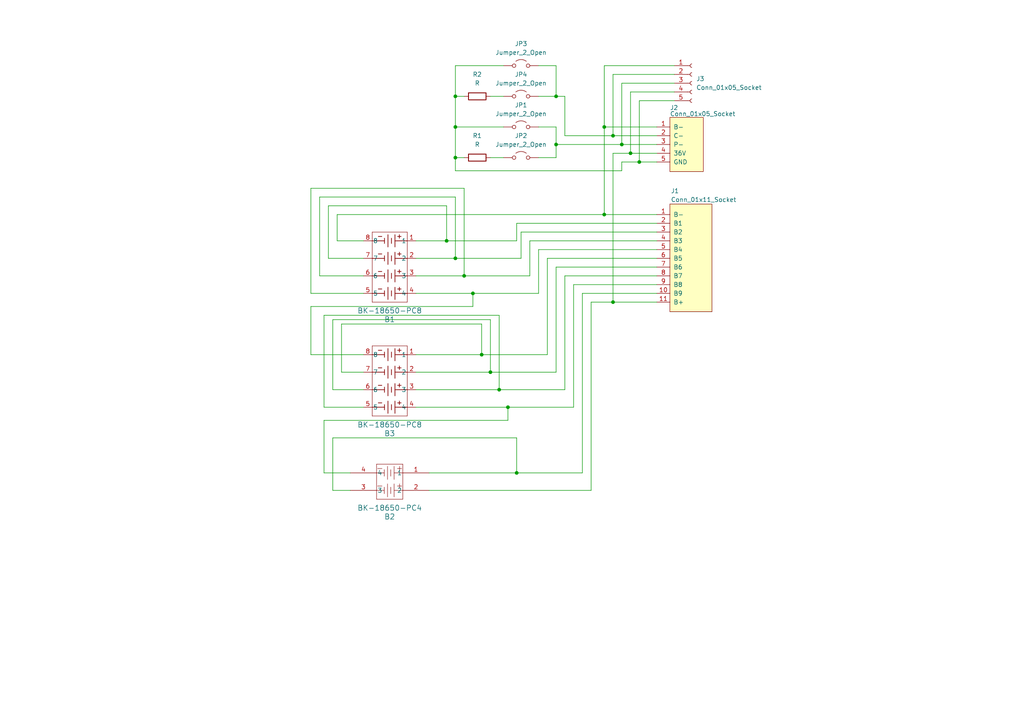
<source format=kicad_sch>
(kicad_sch (version 20250114) (generator "eeschema") (generator_version "9.0")
  (paper "A4")
  (lib_symbols
    (symbol "BAT4:BK-18650-PC4" (pin_names (offset 0.254))
      (property "Reference" "B" (at 11.43 7.62 0))
      (property "Value" "BK-18650-PC4" (at 12.7 5.08 0))
      (symbol "BK-18650-PC4_0_1"
        (polyline (pts (xy 7.62 2.54) (xy 7.62 -7.62)) (stroke (width 0.127)))
        (polyline (pts (xy 7.62 0) (xy 10.16 0)) (stroke (width 0.127)))
        (polyline (pts (xy 7.62 -5.08) (xy 10.16 -5.08)) (stroke (width 0.127)))
        (polyline (pts (xy 7.62 -7.62) (xy 15.24 -7.62)) (stroke (width 0.127)))
        (polyline (pts (xy 7.9375 1.27) (xy 9.2075 1.27)) (stroke (width 0.127)))
        (polyline (pts (xy 7.9375 -3.81) (xy 9.2075 -3.81)) (stroke (width 0.127)))
        (polyline (pts (xy 8.5725 0.635) (xy 8.5725 1.905)) (stroke (width 0.127)))
        (polyline (pts (xy 8.5725 -4.445) (xy 8.5725 -3.175)) (stroke (width 0.127)))
        (polyline (pts (xy 10.16 -1.905) (xy 10.16 1.905)) (stroke (width 0.127)))
        (polyline (pts (xy 10.16 -6.985) (xy 10.16 -3.175)) (stroke (width 0.127)))
        (polyline (pts (xy 11.1125 0.9525) (xy 11.1125 -0.9525)) (stroke (width 0.127)))
        (polyline (pts (xy 11.1125 -4.1275) (xy 11.1125 -6.0325)) (stroke (width 0.127)))
        (polyline (pts (xy 12.065 -1.905) (xy 12.065 1.905)) (stroke (width 0.127)))
        (polyline (pts (xy 12.065 -6.985) (xy 12.065 -3.175)) (stroke (width 0.127)))
        (polyline (pts (xy 13.0175 0.9525) (xy 13.0175 -0.9525)) (stroke (width 0.127)))
        (polyline (pts (xy 13.0175 0) (xy 15.24 0)) (stroke (width 0.127)))
        (polyline (pts (xy 13.0175 -4.1275) (xy 13.0175 -6.0325)) (stroke (width 0.127)))
        (polyline (pts (xy 13.0175 -5.08) (xy 15.24 -5.08)) (stroke (width 0.127)))
        (polyline (pts (xy 13.6525 1.27) (xy 14.9225 1.27)) (stroke (width 0.127)))
        (polyline (pts (xy 13.6525 -3.81) (xy 14.9225 -3.81)) (stroke (width 0.127)))
        (polyline (pts (xy 15.24 2.54) (xy 7.62 2.54)) (stroke (width 0.127)))
        (polyline (pts (xy 15.24 -7.62) (xy 15.24 2.54)) (stroke (width 0.127)))
        (pin unspecified line (at 0 0 0) (length 7.62) (name "1") (number "1"))
        (pin unspecified line (at 0 -5.08 0) (length 7.62) (name "2") (number "2"))
        (pin unspecified line (at 22.86 0 180) (length 7.62) (name "4") (number "4"))
        (pin unspecified line (at 22.86 -5.08 180) (length 7.62) (name "3") (number "3"))
      )
    )
    (symbol "BAT8:BK-18650-PC8" (pin_names (offset 0.254))
      (property "Reference" "B" (at 7.62 8.89 0))
      (property "Value" "BK-18650-PC8" (at 7.62 5.08 0))
      (symbol "BK-18650-PC8_0_1"
        (polyline (pts (xy 2.54 2.54) (xy 2.54 -17.78)) (stroke (width 0.127)))
        (polyline (pts (xy 2.54 0) (xy 6.096 0)) (stroke (width 0.2032)))
        (polyline (pts (xy 2.54 -5.08) (xy 6.096 -5.08)) (stroke (width 0.2032)))
        (polyline (pts (xy 2.54 -10.16) (xy 6.096 -10.16)) (stroke (width 0.2032)))
        (polyline (pts (xy 2.54 -15.24) (xy 6.096 -15.24)) (stroke (width 0.2032)))
        (polyline (pts (xy 2.54 -17.78) (xy 12.7 -17.78)) (stroke (width 0.127)))
        (polyline (pts (xy 4.318 1.27) (xy 5.334 1.27)) (stroke (width 0.2032)))
        (polyline (pts (xy 4.318 -3.81) (xy 5.334 -3.81)) (stroke (width 0.2032)))
        (polyline (pts (xy 4.318 -8.89) (xy 5.334 -8.89)) (stroke (width 0.2032)))
        (polyline (pts (xy 4.318 -13.97) (xy 5.334 -13.97)) (stroke (width 0.2032)))
        (polyline (pts (xy 4.826 1.778) (xy 4.826 0.762)) (stroke (width 0.2032)))
        (polyline (pts (xy 4.826 -3.302) (xy 4.826 -4.318)) (stroke (width 0.2032)))
        (polyline (pts (xy 4.826 -8.382) (xy 4.826 -9.398)) (stroke (width 0.2032)))
        (polyline (pts (xy 4.826 -13.462) (xy 4.826 -14.478)) (stroke (width 0.2032)))
        (polyline (pts (xy 6.096 -1.778) (xy 6.096 1.778)) (stroke (width 0.2032)))
        (polyline (pts (xy 6.096 -6.858) (xy 6.096 -3.302)) (stroke (width 0.2032)))
        (polyline (pts (xy 6.096 -11.938) (xy 6.096 -8.382)) (stroke (width 0.2032)))
        (polyline (pts (xy 6.096 -17.018) (xy 6.096 -13.462)) (stroke (width 0.2032)))
        (polyline (pts (xy 7.112 0.762) (xy 7.112 -0.762)) (stroke (width 0.2032)))
        (polyline (pts (xy 7.112 -4.318) (xy 7.112 -5.842)) (stroke (width 0.2032)))
        (polyline (pts (xy 7.112 -9.398) (xy 7.112 -10.922)) (stroke (width 0.2032)))
        (polyline (pts (xy 7.112 -14.478) (xy 7.112 -16.002)) (stroke (width 0.2032)))
        (polyline (pts (xy 8.128 -1.778) (xy 8.128 1.778)) (stroke (width 0.2032)))
        (polyline (pts (xy 8.128 -6.858) (xy 8.128 -3.302)) (stroke (width 0.2032)))
        (polyline (pts (xy 8.128 -11.938) (xy 8.128 -8.382)) (stroke (width 0.2032)))
        (polyline (pts (xy 8.128 -17.018) (xy 8.128 -13.462)) (stroke (width 0.2032)))
        (polyline (pts (xy 9.144 0.762) (xy 9.144 -0.762)) (stroke (width 0.2032)))
        (polyline (pts (xy 9.144 0) (xy 12.7 0)) (stroke (width 0.2032)))
        (polyline (pts (xy 9.144 -4.318) (xy 9.144 -5.842)) (stroke (width 0.2032)))
        (polyline (pts (xy 9.144 -5.08) (xy 12.7 -5.08)) (stroke (width 0.2032)))
        (polyline (pts (xy 9.144 -9.398) (xy 9.144 -10.922)) (stroke (width 0.2032)))
        (polyline (pts (xy 9.144 -10.16) (xy 12.7 -10.16)) (stroke (width 0.2032)))
        (polyline (pts (xy 9.144 -14.478) (xy 9.144 -16.002)) (stroke (width 0.2032)))
        (polyline (pts (xy 9.144 -15.24) (xy 12.7 -15.24)) (stroke (width 0.2032)))
        (polyline (pts (xy 9.906 1.27) (xy 10.922 1.27)) (stroke (width 0.2032)))
        (polyline (pts (xy 9.906 -3.81) (xy 10.922 -3.81)) (stroke (width 0.2032)))
        (polyline (pts (xy 9.906 -8.89) (xy 10.922 -8.89)) (stroke (width 0.2032)))
        (polyline (pts (xy 9.906 -13.97) (xy 10.922 -13.97)) (stroke (width 0.2032)))
        (polyline (pts (xy 12.7 2.54) (xy 2.54 2.54)) (stroke (width 0.127)))
        (polyline (pts (xy 12.7 -17.78) (xy 12.7 2.54)) (stroke (width 0.127)))
        (pin unspecified line (at 0 0 0) (length 2.54) (name "1") (number "1"))
        (pin unspecified line (at 0 -5.08 0) (length 2.54) (name "2") (number "2"))
        (pin unspecified line (at 0 -10.16 0) (length 2.54) (name "3") (number "3"))
        (pin unspecified line (at 0 -15.24 0) (length 2.54) (name "4") (number "4"))
        (pin unspecified line (at 15.24 0 180) (length 2.54) (name "8") (number "8"))
        (pin unspecified line (at 15.24 -5.08 180) (length 2.54) (name "7") (number "7"))
        (pin unspecified line (at 15.24 -10.16 180) (length 2.54) (name "6") (number "6"))
        (pin unspecified line (at 15.24 -15.24 180) (length 2.54) (name "5") (number "5"))
      )
    )
    (symbol "Conn_01x05_Socket_1" (pin_names (offset 1.016) (hide yes))
      (property "Reference" "J" (at 0 7.62 0))
      (property "Value" "Conn_01x05_Socket" (at 0 -7.62 0))
      (symbol "Conn_01x05_Socket_1_1_1"
        (polyline (pts (xy -1.27 5.08) (xy -0.508 5.08)) (stroke (width 0.1524)))
        (polyline (pts (xy -1.27 2.54) (xy -0.508 2.54)) (stroke (width 0.1524)))
        (polyline (pts (xy -1.27 0) (xy -0.508 0)) (stroke (width 0.1524)))
        (polyline (pts (xy -1.27 -2.54) (xy -0.508 -2.54)) (stroke (width 0.1524)))
        (polyline (pts (xy -1.27 -5.08) (xy -0.508 -5.08)) (stroke (width 0.1524)))
        (arc (start 0 4.572) (mid -0.5058 5.08) (end 0 5.588) (stroke (width 0.1524)))
        (arc (start 0 2.032) (mid -0.5058 2.54) (end 0 3.048) (stroke (width 0.1524)))
        (arc (start 0 -0.508) (mid -0.5058 0) (end 0 0.508) (stroke (width 0.1524)))
        (arc (start 0 -3.048) (mid -0.5058 -2.54) (end 0 -2.032) (stroke (width 0.1524)))
        (arc (start 0 -5.588) (mid -0.5058 -5.08) (end 0 -4.572) (stroke (width 0.1524)))
        (pin passive line (at -5.08 5.08 0) (length 3.81) (name "Pin_1") (number "1"))
        (pin passive line (at -5.08 2.54 0) (length 3.81) (name "Pin_2") (number "2"))
        (pin passive line (at -5.08 0 0) (length 3.81) (name "Pin_3") (number "3"))
        (pin passive line (at -5.08 -2.54 0) (length 3.81) (name "Pin_4") (number "4"))
        (pin passive line (at -5.08 -5.08 0) (length 3.81) (name "Pin_5") (number "5"))
      )
    )
    (symbol "Connector:Conn_01x05_Socket" (pin_names (offset 1.016))
      (property "Reference" "J2" (at -1.27 10.668 0))
      (property "Value" "Conn_01x05_Socket" (at -1.27 8.89 0))
      (symbol "Conn_01x05_Socket_1_1"
        (rectangle (start -1.27 7.874) (end 8.382 -7.874) (fill (type background)))
        (pin passive line (at -5.08 5.08 0) (length 3.81) (name "B-") (number "1"))
        (pin passive line (at -5.08 2.54 0) (length 3.81) (name "C-") (number "2"))
        (pin passive line (at -5.08 0 0) (length 3.81) (name "P-") (number "3"))
        (pin passive line (at -5.08 -2.54 0) (length 3.81) (name "36V") (number "4"))
        (pin passive line (at -5.08 -5.08 0) (length 3.81) (name "GND") (number "5"))
      )
    )
    (symbol "Connector:Conn_01x11_Socket" (pin_names (offset 1.016))
      (property "Reference" "J1" (at -1.016 19.558 0))
      (property "Value" "Conn_01x11_Socket" (at -1.016 17.018 0))
      (symbol "Conn_01x11_Socket_1_1"
        (rectangle (start -1.27 15.748) (end 10.922 -15.494) (fill (type background)))
        (pin passive line (at -5.08 12.7 0) (length 3.81) (name "B-") (number "1"))
        (pin passive line (at -5.08 10.16 0) (length 3.81) (name "B1") (number "2"))
        (pin passive line (at -5.08 7.62 0) (length 3.81) (name "B2") (number "3"))
        (pin passive line (at -5.08 5.08 0) (length 3.81) (name "B3") (number "4"))
        (pin passive line (at -5.08 2.54 0) (length 3.81) (name "B4") (number "5"))
        (pin passive line (at -5.08 0 0) (length 3.81) (name "B5") (number "6"))
        (pin passive line (at -5.08 -2.54 0) (length 3.81) (name "B6") (number "7"))
        (pin passive line (at -5.08 -5.08 0) (length 3.81) (name "B7") (number "8"))
        (pin passive line (at -5.08 -7.62 0) (length 3.81) (name "B8") (number "9"))
        (pin passive line (at -5.08 -10.16 0) (length 3.81) (name "B9") (number "10"))
        (pin passive line (at -5.08 -12.7 0) (length 3.81) (name "B+") (number "11"))
      )
    )
    (symbol "Device:R" (pin_numbers (hide yes)) (pin_names (offset 0))
      (property "Reference" "R" (at 2.032 0 90))
      (property "Value" "R" (at 0 0 90))
      (symbol "R_0_1"
        (rectangle (start -1.016 -2.54) (end 1.016 2.54) (stroke (width 0.254)))
      )
      (symbol "R_1_1"
        (pin passive line (at 0 3.81 270) (length 1.27) (name "~") (number "1"))
        (pin passive line (at 0 -3.81 90) (length 1.27) (name "~") (number "2"))
      )
    )
    (symbol "Jumper:Jumper_2_Open" (pin_numbers (hide yes)) (pin_names (offset 0) (hide yes))
      (property "Reference" "JP" (at 0 2.794 0))
      (property "Value" "Jumper_2_Open" (at 0 -2.286 0))
      (symbol "Jumper_2_Open_0_0"
        (circle (center -2.032 0) (radius 0.508))
        (circle (center 2.032 0) (radius 0.508))
      )
      (symbol "Jumper_2_Open_0_1"
        (arc (start -1.524 1.27) (mid 0 1.778) (end 1.524 1.27))
      )
      (symbol "Jumper_2_Open_1_1"
        (pin passive line (at -5.08 0 0) (length 2.54) (name "A") (number "1"))
        (pin passive line (at 5.08 0 180) (length 2.54) (name "B") (number "2"))
      )
    )
  )
  (junction (at 175.26 62.23))
  (junction (at 161.29 27.94))
  (junction (at 142.24 107.95))
  (junction (at 134.62 80.01))
  (junction (at 144.78 113.03))
  (junction (at 175.26 36.83))
  (junction (at 180.34 41.91))
  (junction (at 182.88 44.45))
  (junction (at 129.54 69.85))
  (junction (at 177.8 39.37))
  (junction (at 137.16 85.09))
  (junction (at 185.42 46.99))
  (junction (at 149.86 137.16))
  (junction (at 147.32 118.11))
  (junction (at 132.08 45.72))
  (junction (at 139.7 102.87))
  (junction (at 132.08 27.94))
  (junction (at 132.08 74.93))
  (junction (at 161.29 41.91))
  (junction (at 177.8 87.63))
  (junction (at 132.08 36.83))
  (wire (pts (xy 161.29 41.91) (xy 180.34 41.91)))
  (wire (pts (xy 132.08 36.83) (xy 132.08 45.72)))
  (wire (pts (xy 99.06 107.95) (xy 105.41 107.95)))
  (wire (pts (xy 96.52 92.71) (xy 96.52 113.03)))
  (wire (pts (xy 144.78 91.44) (xy 93.98 91.44)))
  (wire (pts (xy 132.08 49.53) (xy 132.08 45.72)))
  (wire (pts (xy 144.78 113.03) (xy 120.65 113.03)))
  (wire (pts (xy 137.16 88.9) (xy 90.17 88.9)))
  (wire (pts (xy 120.65 69.85) (xy 129.54 69.85)))
  (wire (pts (xy 93.98 91.44) (xy 93.98 118.11)))
  (wire (pts (xy 182.88 26.67) (xy 182.88 44.45)))
  (wire (pts (xy 149.86 64.77) (xy 190.5 64.77)))
  (wire (pts (xy 190.5 46.99) (xy 185.42 46.99)))
  (wire (pts (xy 129.54 59.69) (xy 95.25 59.69)))
  (wire (pts (xy 92.71 80.01) (xy 105.41 80.01)))
  (wire (pts (xy 195.58 24.13) (xy 180.34 24.13)))
  (wire (pts (xy 177.8 44.45) (xy 177.8 87.63)))
  (wire (pts (xy 195.58 29.21) (xy 185.42 29.21)))
  (wire (pts (xy 166.37 82.55) (xy 166.37 118.11)))
  (wire (pts (xy 177.8 39.37) (xy 190.5 39.37)))
  (wire (pts (xy 149.86 127) (xy 96.52 127)))
  (wire (pts (xy 175.26 62.23) (xy 190.5 62.23)))
  (wire (pts (xy 177.8 87.63) (xy 190.5 87.63)))
  (wire (pts (xy 161.29 41.91) (xy 161.29 36.83)))
  (wire (pts (xy 171.45 142.24) (xy 124.46 142.24)))
  (wire (pts (xy 190.5 36.83) (xy 175.26 36.83)))
  (wire (pts (xy 142.24 107.95) (xy 120.65 107.95)))
  (wire (pts (xy 132.08 27.94) (xy 132.08 36.83)))
  (wire (pts (xy 132.08 57.15) (xy 92.71 57.15)))
  (wire (pts (xy 151.13 74.93) (xy 132.08 74.93)))
  (wire (pts (xy 149.86 137.16) (xy 149.86 127)))
  (wire (pts (xy 149.86 137.16) (xy 124.46 137.16)))
  (wire (pts (xy 166.37 118.11) (xy 147.32 118.11)))
  (wire (pts (xy 96.52 142.24) (xy 101.6 142.24)))
  (wire (pts (xy 161.29 45.72) (xy 161.29 41.91)))
  (wire (pts (xy 151.13 67.31) (xy 151.13 74.93)))
  (wire (pts (xy 96.52 127) (xy 96.52 142.24)))
  (wire (pts (xy 190.5 72.39) (xy 156.21 72.39)))
  (wire (pts (xy 195.58 19.05) (xy 175.26 19.05)))
  (wire (pts (xy 177.8 87.63) (xy 171.45 87.63)))
  (wire (pts (xy 146.05 36.83) (xy 132.08 36.83)))
  (wire (pts (xy 95.25 59.69) (xy 95.25 74.93)))
  (wire (pts (xy 90.17 102.87) (xy 105.41 102.87)))
  (wire (pts (xy 93.98 137.16) (xy 101.6 137.16)))
  (wire (pts (xy 190.5 77.47) (xy 161.29 77.47)))
  (wire (pts (xy 93.98 118.11) (xy 105.41 118.11)))
  (wire (pts (xy 156.21 45.72) (xy 161.29 45.72)))
  (wire (pts (xy 180.34 41.91) (xy 190.5 41.91)))
  (wire (pts (xy 163.83 113.03) (xy 144.78 113.03)))
  (wire (pts (xy 147.32 118.11) (xy 120.65 118.11)))
  (wire (pts (xy 195.58 26.67) (xy 182.88 26.67)))
  (wire (pts (xy 149.86 69.85) (xy 149.86 64.77)))
  (wire (pts (xy 90.17 54.61) (xy 134.62 54.61)))
  (wire (pts (xy 168.91 85.09) (xy 168.91 137.16)))
  (wire (pts (xy 185.42 29.21) (xy 185.42 46.99)))
  (wire (pts (xy 142.24 107.95) (xy 142.24 92.71)))
  (wire (pts (xy 134.62 80.01) (xy 134.62 54.61)))
  (wire (pts (xy 163.83 39.37) (xy 177.8 39.37)))
  (wire (pts (xy 156.21 72.39) (xy 156.21 85.09)))
  (wire (pts (xy 132.08 45.72) (xy 134.62 45.72)))
  (wire (pts (xy 93.98 121.92) (xy 93.98 137.16)))
  (wire (pts (xy 132.08 74.93) (xy 132.08 57.15)))
  (wire (pts (xy 92.71 57.15) (xy 92.71 80.01)))
  (wire (pts (xy 161.29 19.05) (xy 156.21 19.05)))
  (wire (pts (xy 90.17 85.09) (xy 105.41 85.09)))
  (wire (pts (xy 190.5 82.55) (xy 166.37 82.55)))
  (wire (pts (xy 158.75 74.93) (xy 158.75 102.87)))
  (wire (pts (xy 132.08 27.94) (xy 134.62 27.94)))
  (wire (pts (xy 182.88 44.45) (xy 177.8 44.45)))
  (wire (pts (xy 175.26 36.83) (xy 175.26 62.23)))
  (wire (pts (xy 161.29 27.94) (xy 163.83 27.94)))
  (wire (pts (xy 129.54 69.85) (xy 149.86 69.85)))
  (wire (pts (xy 180.34 24.13) (xy 180.34 41.91)))
  (wire (pts (xy 120.65 85.09) (xy 137.16 85.09)))
  (wire (pts (xy 134.62 80.01) (xy 120.65 80.01)))
  (wire (pts (xy 163.83 27.94) (xy 163.83 39.37)))
  (wire (pts (xy 137.16 85.09) (xy 137.16 88.9)))
  (wire (pts (xy 190.5 80.01) (xy 163.83 80.01)))
  (wire (pts (xy 142.24 27.94) (xy 146.05 27.94)))
  (wire (pts (xy 95.25 74.93) (xy 105.41 74.93)))
  (wire (pts (xy 190.5 85.09) (xy 168.91 85.09)))
  (wire (pts (xy 171.45 87.63) (xy 171.45 142.24)))
  (wire (pts (xy 97.79 69.85) (xy 97.79 62.23)))
  (wire (pts (xy 132.08 74.93) (xy 120.65 74.93)))
  (wire (pts (xy 139.7 102.87) (xy 139.7 93.98)))
  (wire (pts (xy 147.32 118.11) (xy 147.32 121.92)))
  (wire (pts (xy 132.08 19.05) (xy 132.08 27.94)))
  (wire (pts (xy 96.52 113.03) (xy 105.41 113.03)))
  (wire (pts (xy 97.79 62.23) (xy 175.26 62.23)))
  (wire (pts (xy 190.5 44.45) (xy 182.88 44.45)))
  (wire (pts (xy 156.21 27.94) (xy 161.29 27.94)))
  (wire (pts (xy 190.5 69.85) (xy 153.67 69.85)))
  (wire (pts (xy 146.05 19.05) (xy 132.08 19.05)))
  (wire (pts (xy 195.58 21.59) (xy 177.8 21.59)))
  (wire (pts (xy 190.5 67.31) (xy 151.13 67.31)))
  (wire (pts (xy 153.67 80.01) (xy 134.62 80.01)))
  (wire (pts (xy 90.17 54.61) (xy 90.17 85.09)))
  (wire (pts (xy 142.24 45.72) (xy 146.05 45.72)))
  (wire (pts (xy 161.29 77.47) (xy 161.29 107.95)))
  (wire (pts (xy 185.42 46.99) (xy 180.34 46.99)))
  (wire (pts (xy 147.32 121.92) (xy 93.98 121.92)))
  (wire (pts (xy 180.34 46.99) (xy 180.34 49.53)))
  (wire (pts (xy 177.8 21.59) (xy 177.8 39.37)))
  (wire (pts (xy 90.17 88.9) (xy 90.17 102.87)))
  (wire (pts (xy 180.34 49.53) (xy 132.08 49.53)))
  (wire (pts (xy 161.29 107.95) (xy 142.24 107.95)))
  (wire (pts (xy 168.91 137.16) (xy 149.86 137.16)))
  (wire (pts (xy 190.5 74.93) (xy 158.75 74.93)))
  (wire (pts (xy 161.29 36.83) (xy 156.21 36.83)))
  (wire (pts (xy 129.54 69.85) (xy 129.54 59.69)))
  (wire (pts (xy 99.06 93.98) (xy 99.06 107.95)))
  (wire (pts (xy 139.7 102.87) (xy 120.65 102.87)))
  (wire (pts (xy 158.75 102.87) (xy 139.7 102.87)))
  (wire (pts (xy 137.16 85.09) (xy 156.21 85.09)))
  (wire (pts (xy 163.83 80.01) (xy 163.83 113.03)))
  (wire (pts (xy 161.29 27.94) (xy 161.29 19.05)))
  (wire (pts (xy 139.7 93.98) (xy 99.06 93.98)))
  (wire (pts (xy 105.41 69.85) (xy 97.79 69.85)))
  (wire (pts (xy 142.24 92.71) (xy 96.52 92.71)))
  (wire (pts (xy 153.67 69.85) (xy 153.67 80.01)))
  (wire (pts (xy 175.26 19.05) (xy 175.26 36.83)))
  (wire (pts (xy 144.78 113.03) (xy 144.78 91.44)))
  (symbol (lib_name "Conn_01x05_Socket_1") (lib_id "Connector:Conn_01x05_Socket") (at 200.66 24.13 0) (unit 1)
    (property "Reference" "J3" (at 201.93 22.8599 0) (effects (justify left)))
    (property "Value" "Conn_01x05_Socket" (at 201.93 25.3999 0) (effects (justify left)))
    (property "Footprint" "Connector_PinHeader_2.54mm:PinHeader_1x05_P2.54mm_Vertical" (effects (hide yes)))
    (property "Description" "Generic connector, single row, 01x05, script generated" (effects (hide yes)))
  )
  (symbol (lib_id "Device:R") (at 138.43 27.94 90) (unit 1)
    (property "Reference" "R2" (at 138.43 21.59 90))
    (property "Value" "R" (at 138.43 24.13 90))
    (property "Footprint" "Resistor_SMD:R_2816_7142Metric_Pad3.20x4.45mm_HandSolder" (effects (hide yes)))
    (property "Description" "Resistor" (effects (hide yes)))
  )
  (symbol (lib_id "Jumper:Jumper_2_Open") (at 151.13 45.72 0) (unit 1)
    (property "Reference" "JP2" (at 151.13 39.37 0))
    (property "Value" "Jumper_2_Open" (at 151.13 41.91 0))
    (property "Footprint" "TestPoint:TestPoint_2Pads_Pitch2.54mm_Drill0.8mm" (effects (hide yes)))
    (property "Description" "Jumper, 2-pole, open" (effects (hide yes)))
  )
  (symbol (lib_id "BAT4:BK-18650-PC4") (at 124.46 137.16 0) (mirror y) (unit 1)
    (property "Reference" "B2" (at 113.03 149.86 0) (effects (font (size 1.524 1.524))))
    (property "Value" "BK-18650-PC4" (at 113.03 147.32 0) (effects (font (size 1.524 1.524))))
    (property "Footprint" "BAT4:BK-18650-PC4_MPD" (effects (hide yes)))
    (property "Datasheet" "BK-18650-PC4" (effects (hide yes)))
  )
  (symbol (lib_id "Device:R") (at 138.43 45.72 90) (unit 1)
    (property "Reference" "R1" (at 138.43 39.37 90))
    (property "Value" "R" (at 138.43 41.91 90))
    (property "Footprint" "Resistor_SMD:R_2816_7142Metric_Pad3.20x4.45mm_HandSolder" (effects (hide yes)))
    (property "Description" "Resistor" (effects (hide yes)))
  )
  (symbol (lib_id "Connector:Conn_01x11_Socket") (at 195.58 74.93 0) (unit 1)
    (property "Reference" "J1" (at 194.564 55.372 0) (effects (justify left)))
    (property "Value" "Conn_01x11_Socket" (at 194.564 57.912 0) (effects (justify left)))
    (property "Footprint" "Connector_PinHeader_2.54mm:PinHeader_1x11_P2.54mm_Vertical" (effects (hide yes)))
    (property "Description" "Generic connector, single row, 01x11, script generated" (effects (hide yes)))
  )
  (symbol (lib_id "Jumper:Jumper_2_Open") (at 151.13 36.83 0) (unit 1)
    (property "Reference" "JP1" (at 151.13 30.48 0))
    (property "Value" "Jumper_2_Open" (at 151.13 33.02 0))
    (property "Footprint" "TestPoint:TestPoint_2Pads_Pitch2.54mm_Drill0.8mm" (effects (hide yes)))
    (property "Description" "Jumper, 2-pole, open" (effects (hide yes)))
  )
  (symbol (lib_id "Connector:Conn_01x05_Socket") (at 195.58 41.91 0) (unit 1)
    (property "Reference" "J2" (at 194.31 31.242 0) (effects (justify left)))
    (property "Value" "Conn_01x05_Socket" (at 194.31 33.02 0) (effects (justify left)))
    (property "Footprint" "TerminalBlock_4Ucon:TerminalBlock_4Ucon_1x05_P3.50mm_Horizontal" (effects (hide yes)))
    (property "Description" "Generic connector, single row, 01x05, script generated" (effects (hide yes)))
  )
  (symbol (lib_id "BAT8:BK-18650-PC8") (at 120.65 69.85 0) (mirror y) (unit 1)
    (property "Reference" "B1" (at 113.03 92.6487 0) (effects (font (size 1.524 1.524))))
    (property "Value" "BK-18650-PC8" (at 113.03 90.1087 0) (effects (font (size 1.524 1.524))))
    (property "Footprint" "BAT8:BK-18650-PC8_MPD" (effects (hide yes)))
    (property "Datasheet" "BK-18650-PC8" (effects (hide yes)))
  )
  (symbol (lib_id "Jumper:Jumper_2_Open") (at 151.13 27.94 0) (unit 1)
    (property "Reference" "JP4" (at 151.13 21.59 0))
    (property "Value" "Jumper_2_Open" (at 151.13 24.13 0))
    (property "Footprint" "TestPoint:TestPoint_2Pads_Pitch2.54mm_Drill0.8mm" (effects (hide yes)))
    (property "Description" "Jumper, 2-pole, open" (effects (hide yes)))
  )
  (symbol (lib_id "Jumper:Jumper_2_Open") (at 151.13 19.05 0) (unit 1)
    (property "Reference" "JP3" (at 151.13 12.7 0))
    (property "Value" "Jumper_2_Open" (at 151.13 15.24 0))
    (property "Footprint" "TestPoint:TestPoint_2Pads_Pitch2.54mm_Drill0.8mm" (effects (hide yes)))
    (property "Description" "Jumper, 2-pole, open" (effects (hide yes)))
  )
  (symbol (lib_id "BAT8:BK-18650-PC8") (at 120.65 102.87 0) (mirror y) (unit 1)
    (property "Reference" "B3" (at 113.03 125.73 0) (effects (font (size 1.524 1.524))))
    (property "Value" "BK-18650-PC8" (at 113.03 123.19 0) (effects (font (size 1.524 1.524))))
    (property "Footprint" "BAT8:BK-18650-PC8_MPD" (effects (hide yes)))
    (property "Datasheet" "BK-18650-PC8" (effects (hide yes)))
  )
)
</source>
